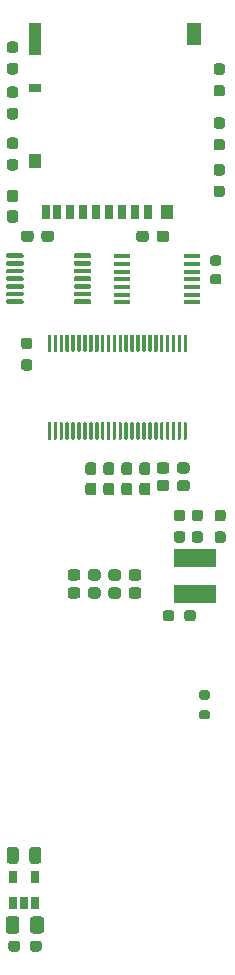
<source format=gbp>
G04 #@! TF.GenerationSoftware,KiCad,Pcbnew,(5.1.12)-1*
G04 #@! TF.CreationDate,2022-05-19T15:12:52-07:00*
G04 #@! TF.ProjectId,vera-module-rev4,76657261-2d6d-46f6-9475-6c652d726576,rev?*
G04 #@! TF.SameCoordinates,Original*
G04 #@! TF.FileFunction,Paste,Bot*
G04 #@! TF.FilePolarity,Positive*
%FSLAX46Y46*%
G04 Gerber Fmt 4.6, Leading zero omitted, Abs format (unit mm)*
G04 Created by KiCad (PCBNEW (5.1.12)-1) date 2022-05-19 15:12:52*
%MOMM*%
%LPD*%
G01*
G04 APERTURE LIST*
%ADD10R,1.300000X1.900000*%
%ADD11R,1.000000X2.800000*%
%ADD12R,1.000000X0.800000*%
%ADD13R,1.000000X1.200000*%
%ADD14R,0.700000X1.200000*%
%ADD15R,0.650000X1.060000*%
%ADD16R,1.450000X0.450000*%
%ADD17R,3.600000X1.500000*%
G04 APERTURE END LIST*
G36*
G01*
X132635000Y-97845700D02*
X132160000Y-97845700D01*
G75*
G02*
X131922500Y-97608200I0J237500D01*
G01*
X131922500Y-97108200D01*
G75*
G02*
X132160000Y-96870700I237500J0D01*
G01*
X132635000Y-96870700D01*
G75*
G02*
X132872500Y-97108200I0J-237500D01*
G01*
X132872500Y-97608200D01*
G75*
G02*
X132635000Y-97845700I-237500J0D01*
G01*
G37*
G36*
G01*
X132635000Y-99670700D02*
X132160000Y-99670700D01*
G75*
G02*
X131922500Y-99433200I0J237500D01*
G01*
X131922500Y-98933200D01*
G75*
G02*
X132160000Y-98695700I237500J0D01*
G01*
X132635000Y-98695700D01*
G75*
G02*
X132872500Y-98933200I0J-237500D01*
G01*
X132872500Y-99433200D01*
G75*
G02*
X132635000Y-99670700I-237500J0D01*
G01*
G37*
G36*
G01*
X143391600Y-88540600D02*
X143391600Y-88065600D01*
G75*
G02*
X143629100Y-87828100I237500J0D01*
G01*
X144229100Y-87828100D01*
G75*
G02*
X144466600Y-88065600I0J-237500D01*
G01*
X144466600Y-88540600D01*
G75*
G02*
X144229100Y-88778100I-237500J0D01*
G01*
X143629100Y-88778100D01*
G75*
G02*
X143391600Y-88540600I0J237500D01*
G01*
G37*
G36*
G01*
X141666600Y-88540600D02*
X141666600Y-88065600D01*
G75*
G02*
X141904100Y-87828100I237500J0D01*
G01*
X142504100Y-87828100D01*
G75*
G02*
X142741600Y-88065600I0J-237500D01*
G01*
X142741600Y-88540600D01*
G75*
G02*
X142504100Y-88778100I-237500J0D01*
G01*
X141904100Y-88778100D01*
G75*
G02*
X141666600Y-88540600I0J237500D01*
G01*
G37*
G36*
G01*
X132134400Y-89844900D02*
X132134400Y-90044900D01*
G75*
G02*
X132034400Y-90144900I-100000J0D01*
G01*
X130759400Y-90144900D01*
G75*
G02*
X130659400Y-90044900I0J100000D01*
G01*
X130659400Y-89844900D01*
G75*
G02*
X130759400Y-89744900I100000J0D01*
G01*
X132034400Y-89744900D01*
G75*
G02*
X132134400Y-89844900I0J-100000D01*
G01*
G37*
G36*
G01*
X132134400Y-90494900D02*
X132134400Y-90694900D01*
G75*
G02*
X132034400Y-90794900I-100000J0D01*
G01*
X130759400Y-90794900D01*
G75*
G02*
X130659400Y-90694900I0J100000D01*
G01*
X130659400Y-90494900D01*
G75*
G02*
X130759400Y-90394900I100000J0D01*
G01*
X132034400Y-90394900D01*
G75*
G02*
X132134400Y-90494900I0J-100000D01*
G01*
G37*
G36*
G01*
X132134400Y-91144900D02*
X132134400Y-91344900D01*
G75*
G02*
X132034400Y-91444900I-100000J0D01*
G01*
X130759400Y-91444900D01*
G75*
G02*
X130659400Y-91344900I0J100000D01*
G01*
X130659400Y-91144900D01*
G75*
G02*
X130759400Y-91044900I100000J0D01*
G01*
X132034400Y-91044900D01*
G75*
G02*
X132134400Y-91144900I0J-100000D01*
G01*
G37*
G36*
G01*
X132134400Y-91794900D02*
X132134400Y-91994900D01*
G75*
G02*
X132034400Y-92094900I-100000J0D01*
G01*
X130759400Y-92094900D01*
G75*
G02*
X130659400Y-91994900I0J100000D01*
G01*
X130659400Y-91794900D01*
G75*
G02*
X130759400Y-91694900I100000J0D01*
G01*
X132034400Y-91694900D01*
G75*
G02*
X132134400Y-91794900I0J-100000D01*
G01*
G37*
G36*
G01*
X132134400Y-92444900D02*
X132134400Y-92644900D01*
G75*
G02*
X132034400Y-92744900I-100000J0D01*
G01*
X130759400Y-92744900D01*
G75*
G02*
X130659400Y-92644900I0J100000D01*
G01*
X130659400Y-92444900D01*
G75*
G02*
X130759400Y-92344900I100000J0D01*
G01*
X132034400Y-92344900D01*
G75*
G02*
X132134400Y-92444900I0J-100000D01*
G01*
G37*
G36*
G01*
X132134400Y-93094900D02*
X132134400Y-93294900D01*
G75*
G02*
X132034400Y-93394900I-100000J0D01*
G01*
X130759400Y-93394900D01*
G75*
G02*
X130659400Y-93294900I0J100000D01*
G01*
X130659400Y-93094900D01*
G75*
G02*
X130759400Y-92994900I100000J0D01*
G01*
X132034400Y-92994900D01*
G75*
G02*
X132134400Y-93094900I0J-100000D01*
G01*
G37*
G36*
G01*
X132134400Y-93744900D02*
X132134400Y-93944900D01*
G75*
G02*
X132034400Y-94044900I-100000J0D01*
G01*
X130759400Y-94044900D01*
G75*
G02*
X130659400Y-93944900I0J100000D01*
G01*
X130659400Y-93744900D01*
G75*
G02*
X130759400Y-93644900I100000J0D01*
G01*
X132034400Y-93644900D01*
G75*
G02*
X132134400Y-93744900I0J-100000D01*
G01*
G37*
G36*
G01*
X137859400Y-93744900D02*
X137859400Y-93944900D01*
G75*
G02*
X137759400Y-94044900I-100000J0D01*
G01*
X136484400Y-94044900D01*
G75*
G02*
X136384400Y-93944900I0J100000D01*
G01*
X136384400Y-93744900D01*
G75*
G02*
X136484400Y-93644900I100000J0D01*
G01*
X137759400Y-93644900D01*
G75*
G02*
X137859400Y-93744900I0J-100000D01*
G01*
G37*
G36*
G01*
X137859400Y-93094900D02*
X137859400Y-93294900D01*
G75*
G02*
X137759400Y-93394900I-100000J0D01*
G01*
X136484400Y-93394900D01*
G75*
G02*
X136384400Y-93294900I0J100000D01*
G01*
X136384400Y-93094900D01*
G75*
G02*
X136484400Y-92994900I100000J0D01*
G01*
X137759400Y-92994900D01*
G75*
G02*
X137859400Y-93094900I0J-100000D01*
G01*
G37*
G36*
G01*
X137859400Y-92444900D02*
X137859400Y-92644900D01*
G75*
G02*
X137759400Y-92744900I-100000J0D01*
G01*
X136484400Y-92744900D01*
G75*
G02*
X136384400Y-92644900I0J100000D01*
G01*
X136384400Y-92444900D01*
G75*
G02*
X136484400Y-92344900I100000J0D01*
G01*
X137759400Y-92344900D01*
G75*
G02*
X137859400Y-92444900I0J-100000D01*
G01*
G37*
G36*
G01*
X137859400Y-91794900D02*
X137859400Y-91994900D01*
G75*
G02*
X137759400Y-92094900I-100000J0D01*
G01*
X136484400Y-92094900D01*
G75*
G02*
X136384400Y-91994900I0J100000D01*
G01*
X136384400Y-91794900D01*
G75*
G02*
X136484400Y-91694900I100000J0D01*
G01*
X137759400Y-91694900D01*
G75*
G02*
X137859400Y-91794900I0J-100000D01*
G01*
G37*
G36*
G01*
X137859400Y-91144900D02*
X137859400Y-91344900D01*
G75*
G02*
X137759400Y-91444900I-100000J0D01*
G01*
X136484400Y-91444900D01*
G75*
G02*
X136384400Y-91344900I0J100000D01*
G01*
X136384400Y-91144900D01*
G75*
G02*
X136484400Y-91044900I100000J0D01*
G01*
X137759400Y-91044900D01*
G75*
G02*
X137859400Y-91144900I0J-100000D01*
G01*
G37*
G36*
G01*
X137859400Y-90494900D02*
X137859400Y-90694900D01*
G75*
G02*
X137759400Y-90794900I-100000J0D01*
G01*
X136484400Y-90794900D01*
G75*
G02*
X136384400Y-90694900I0J100000D01*
G01*
X136384400Y-90494900D01*
G75*
G02*
X136484400Y-90394900I100000J0D01*
G01*
X137759400Y-90394900D01*
G75*
G02*
X137859400Y-90494900I0J-100000D01*
G01*
G37*
G36*
G01*
X137859400Y-89844900D02*
X137859400Y-90044900D01*
G75*
G02*
X137759400Y-90144900I-100000J0D01*
G01*
X136484400Y-90144900D01*
G75*
G02*
X136384400Y-90044900I0J100000D01*
G01*
X136384400Y-89844900D01*
G75*
G02*
X136484400Y-89744900I100000J0D01*
G01*
X137759400Y-89744900D01*
G75*
G02*
X137859400Y-89844900I0J-100000D01*
G01*
G37*
G36*
G01*
X131441200Y-72775900D02*
X130966200Y-72775900D01*
G75*
G02*
X130728700Y-72538400I0J237500D01*
G01*
X130728700Y-72038400D01*
G75*
G02*
X130966200Y-71800900I237500J0D01*
G01*
X131441200Y-71800900D01*
G75*
G02*
X131678700Y-72038400I0J-237500D01*
G01*
X131678700Y-72538400D01*
G75*
G02*
X131441200Y-72775900I-237500J0D01*
G01*
G37*
G36*
G01*
X131441200Y-74600900D02*
X130966200Y-74600900D01*
G75*
G02*
X130728700Y-74363400I0J237500D01*
G01*
X130728700Y-73863400D01*
G75*
G02*
X130966200Y-73625900I237500J0D01*
G01*
X131441200Y-73625900D01*
G75*
G02*
X131678700Y-73863400I0J-237500D01*
G01*
X131678700Y-74363400D01*
G75*
G02*
X131441200Y-74600900I-237500J0D01*
G01*
G37*
G36*
G01*
X148941800Y-83153700D02*
X148466800Y-83153700D01*
G75*
G02*
X148229300Y-82916200I0J237500D01*
G01*
X148229300Y-82416200D01*
G75*
G02*
X148466800Y-82178700I237500J0D01*
G01*
X148941800Y-82178700D01*
G75*
G02*
X149179300Y-82416200I0J-237500D01*
G01*
X149179300Y-82916200D01*
G75*
G02*
X148941800Y-83153700I-237500J0D01*
G01*
G37*
G36*
G01*
X148941800Y-84978700D02*
X148466800Y-84978700D01*
G75*
G02*
X148229300Y-84741200I0J237500D01*
G01*
X148229300Y-84241200D01*
G75*
G02*
X148466800Y-84003700I237500J0D01*
G01*
X148941800Y-84003700D01*
G75*
G02*
X149179300Y-84241200I0J-237500D01*
G01*
X149179300Y-84741200D01*
G75*
G02*
X148941800Y-84978700I-237500J0D01*
G01*
G37*
G36*
G01*
X130966200Y-81755800D02*
X131441200Y-81755800D01*
G75*
G02*
X131678700Y-81993300I0J-237500D01*
G01*
X131678700Y-82493300D01*
G75*
G02*
X131441200Y-82730800I-237500J0D01*
G01*
X130966200Y-82730800D01*
G75*
G02*
X130728700Y-82493300I0J237500D01*
G01*
X130728700Y-81993300D01*
G75*
G02*
X130966200Y-81755800I237500J0D01*
G01*
G37*
G36*
G01*
X130966200Y-79930800D02*
X131441200Y-79930800D01*
G75*
G02*
X131678700Y-80168300I0J-237500D01*
G01*
X131678700Y-80668300D01*
G75*
G02*
X131441200Y-80905800I-237500J0D01*
G01*
X130966200Y-80905800D01*
G75*
G02*
X130728700Y-80668300I0J237500D01*
G01*
X130728700Y-80168300D01*
G75*
G02*
X130966200Y-79930800I237500J0D01*
G01*
G37*
G36*
G01*
X148466800Y-80054000D02*
X148941800Y-80054000D01*
G75*
G02*
X149179300Y-80291500I0J-237500D01*
G01*
X149179300Y-80791500D01*
G75*
G02*
X148941800Y-81029000I-237500J0D01*
G01*
X148466800Y-81029000D01*
G75*
G02*
X148229300Y-80791500I0J237500D01*
G01*
X148229300Y-80291500D01*
G75*
G02*
X148466800Y-80054000I237500J0D01*
G01*
G37*
G36*
G01*
X148466800Y-78229000D02*
X148941800Y-78229000D01*
G75*
G02*
X149179300Y-78466500I0J-237500D01*
G01*
X149179300Y-78966500D01*
G75*
G02*
X148941800Y-79204000I-237500J0D01*
G01*
X148466800Y-79204000D01*
G75*
G02*
X148229300Y-78966500I0J237500D01*
G01*
X148229300Y-78466500D01*
G75*
G02*
X148466800Y-78229000I237500J0D01*
G01*
G37*
G36*
G01*
X148941800Y-74632000D02*
X148466800Y-74632000D01*
G75*
G02*
X148229300Y-74394500I0J237500D01*
G01*
X148229300Y-73894500D01*
G75*
G02*
X148466800Y-73657000I237500J0D01*
G01*
X148941800Y-73657000D01*
G75*
G02*
X149179300Y-73894500I0J-237500D01*
G01*
X149179300Y-74394500D01*
G75*
G02*
X148941800Y-74632000I-237500J0D01*
G01*
G37*
G36*
G01*
X148941800Y-76457000D02*
X148466800Y-76457000D01*
G75*
G02*
X148229300Y-76219500I0J237500D01*
G01*
X148229300Y-75719500D01*
G75*
G02*
X148466800Y-75482000I237500J0D01*
G01*
X148941800Y-75482000D01*
G75*
G02*
X149179300Y-75719500I0J-237500D01*
G01*
X149179300Y-76219500D01*
G75*
G02*
X148941800Y-76457000I-237500J0D01*
G01*
G37*
G36*
G01*
X131441200Y-76585900D02*
X130966200Y-76585900D01*
G75*
G02*
X130728700Y-76348400I0J237500D01*
G01*
X130728700Y-75848400D01*
G75*
G02*
X130966200Y-75610900I237500J0D01*
G01*
X131441200Y-75610900D01*
G75*
G02*
X131678700Y-75848400I0J-237500D01*
G01*
X131678700Y-76348400D01*
G75*
G02*
X131441200Y-76585900I-237500J0D01*
G01*
G37*
G36*
G01*
X131441200Y-78410900D02*
X130966200Y-78410900D01*
G75*
G02*
X130728700Y-78173400I0J237500D01*
G01*
X130728700Y-77673400D01*
G75*
G02*
X130966200Y-77435900I237500J0D01*
G01*
X131441200Y-77435900D01*
G75*
G02*
X131678700Y-77673400I0J-237500D01*
G01*
X131678700Y-78173400D01*
G75*
G02*
X131441200Y-78410900I-237500J0D01*
G01*
G37*
G36*
G01*
X133638000Y-88527900D02*
X133638000Y-88052900D01*
G75*
G02*
X133875500Y-87815400I237500J0D01*
G01*
X134475500Y-87815400D01*
G75*
G02*
X134713000Y-88052900I0J-237500D01*
G01*
X134713000Y-88527900D01*
G75*
G02*
X134475500Y-88765400I-237500J0D01*
G01*
X133875500Y-88765400D01*
G75*
G02*
X133638000Y-88527900I0J237500D01*
G01*
G37*
G36*
G01*
X131913000Y-88527900D02*
X131913000Y-88052900D01*
G75*
G02*
X132150500Y-87815400I237500J0D01*
G01*
X132750500Y-87815400D01*
G75*
G02*
X132988000Y-88052900I0J-237500D01*
G01*
X132988000Y-88527900D01*
G75*
G02*
X132750500Y-88765400I-237500J0D01*
G01*
X132150500Y-88765400D01*
G75*
G02*
X131913000Y-88527900I0J237500D01*
G01*
G37*
G36*
G01*
X131722800Y-140241000D02*
X131722800Y-141191000D01*
G75*
G02*
X131472800Y-141441000I-250000J0D01*
G01*
X130972800Y-141441000D01*
G75*
G02*
X130722800Y-141191000I0J250000D01*
G01*
X130722800Y-140241000D01*
G75*
G02*
X130972800Y-139991000I250000J0D01*
G01*
X131472800Y-139991000D01*
G75*
G02*
X131722800Y-140241000I0J-250000D01*
G01*
G37*
G36*
G01*
X133622800Y-140241000D02*
X133622800Y-141191000D01*
G75*
G02*
X133372800Y-141441000I-250000J0D01*
G01*
X132872800Y-141441000D01*
G75*
G02*
X132622800Y-141191000I0J250000D01*
G01*
X132622800Y-140241000D01*
G75*
G02*
X132872800Y-139991000I250000J0D01*
G01*
X133372800Y-139991000D01*
G75*
G02*
X133622800Y-140241000I0J-250000D01*
G01*
G37*
G36*
G01*
X131441200Y-85425400D02*
X130966200Y-85425400D01*
G75*
G02*
X130728700Y-85187900I0J237500D01*
G01*
X130728700Y-84587900D01*
G75*
G02*
X130966200Y-84350400I237500J0D01*
G01*
X131441200Y-84350400D01*
G75*
G02*
X131678700Y-84587900I0J-237500D01*
G01*
X131678700Y-85187900D01*
G75*
G02*
X131441200Y-85425400I-237500J0D01*
G01*
G37*
G36*
G01*
X131441200Y-87150400D02*
X130966200Y-87150400D01*
G75*
G02*
X130728700Y-86912900I0J237500D01*
G01*
X130728700Y-86312900D01*
G75*
G02*
X130966200Y-86075400I237500J0D01*
G01*
X131441200Y-86075400D01*
G75*
G02*
X131678700Y-86312900I0J-237500D01*
G01*
X131678700Y-86912900D01*
G75*
G02*
X131441200Y-87150400I-237500J0D01*
G01*
G37*
G36*
G01*
X131830900Y-148162000D02*
X131830900Y-148637000D01*
G75*
G02*
X131593400Y-148874500I-237500J0D01*
G01*
X131093400Y-148874500D01*
G75*
G02*
X130855900Y-148637000I0J237500D01*
G01*
X130855900Y-148162000D01*
G75*
G02*
X131093400Y-147924500I237500J0D01*
G01*
X131593400Y-147924500D01*
G75*
G02*
X131830900Y-148162000I0J-237500D01*
G01*
G37*
G36*
G01*
X133655900Y-148162000D02*
X133655900Y-148637000D01*
G75*
G02*
X133418400Y-148874500I-237500J0D01*
G01*
X132918400Y-148874500D01*
G75*
G02*
X132680900Y-148637000I0J237500D01*
G01*
X132680900Y-148162000D01*
G75*
G02*
X132918400Y-147924500I237500J0D01*
G01*
X133418400Y-147924500D01*
G75*
G02*
X133655900Y-148162000I0J-237500D01*
G01*
G37*
G36*
G01*
X131791200Y-146133800D02*
X131791200Y-147083800D01*
G75*
G02*
X131541200Y-147333800I-250000J0D01*
G01*
X130866200Y-147333800D01*
G75*
G02*
X130616200Y-147083800I0J250000D01*
G01*
X130616200Y-146133800D01*
G75*
G02*
X130866200Y-145883800I250000J0D01*
G01*
X131541200Y-145883800D01*
G75*
G02*
X131791200Y-146133800I0J-250000D01*
G01*
G37*
G36*
G01*
X133866200Y-146133800D02*
X133866200Y-147083800D01*
G75*
G02*
X133616200Y-147333800I-250000J0D01*
G01*
X132941200Y-147333800D01*
G75*
G02*
X132691200Y-147083800I0J250000D01*
G01*
X132691200Y-146133800D01*
G75*
G02*
X132941200Y-145883800I250000J0D01*
G01*
X133616200Y-145883800D01*
G75*
G02*
X133866200Y-146133800I0J-250000D01*
G01*
G37*
G36*
G01*
X147087600Y-112412600D02*
X146612600Y-112412600D01*
G75*
G02*
X146375100Y-112175100I0J237500D01*
G01*
X146375100Y-111675100D01*
G75*
G02*
X146612600Y-111437600I237500J0D01*
G01*
X147087600Y-111437600D01*
G75*
G02*
X147325100Y-111675100I0J-237500D01*
G01*
X147325100Y-112175100D01*
G75*
G02*
X147087600Y-112412600I-237500J0D01*
G01*
G37*
G36*
G01*
X147087600Y-114237600D02*
X146612600Y-114237600D01*
G75*
G02*
X146375100Y-114000100I0J237500D01*
G01*
X146375100Y-113500100D01*
G75*
G02*
X146612600Y-113262600I237500J0D01*
G01*
X147087600Y-113262600D01*
G75*
G02*
X147325100Y-113500100I0J-237500D01*
G01*
X147325100Y-114000100D01*
G75*
G02*
X147087600Y-114237600I-237500J0D01*
G01*
G37*
G36*
G01*
X148543000Y-113279100D02*
X149018000Y-113279100D01*
G75*
G02*
X149255500Y-113516600I0J-237500D01*
G01*
X149255500Y-114016600D01*
G75*
G02*
X149018000Y-114254100I-237500J0D01*
G01*
X148543000Y-114254100D01*
G75*
G02*
X148305500Y-114016600I0J237500D01*
G01*
X148305500Y-113516600D01*
G75*
G02*
X148543000Y-113279100I237500J0D01*
G01*
G37*
G36*
G01*
X148543000Y-111454100D02*
X149018000Y-111454100D01*
G75*
G02*
X149255500Y-111691600I0J-237500D01*
G01*
X149255500Y-112191600D01*
G75*
G02*
X149018000Y-112429100I-237500J0D01*
G01*
X148543000Y-112429100D01*
G75*
G02*
X148305500Y-112191600I0J237500D01*
G01*
X148305500Y-111691600D01*
G75*
G02*
X148543000Y-111454100I237500J0D01*
G01*
G37*
G36*
G01*
X145576300Y-112412600D02*
X145101300Y-112412600D01*
G75*
G02*
X144863800Y-112175100I0J237500D01*
G01*
X144863800Y-111675100D01*
G75*
G02*
X145101300Y-111437600I237500J0D01*
G01*
X145576300Y-111437600D01*
G75*
G02*
X145813800Y-111675100I0J-237500D01*
G01*
X145813800Y-112175100D01*
G75*
G02*
X145576300Y-112412600I-237500J0D01*
G01*
G37*
G36*
G01*
X145576300Y-114237600D02*
X145101300Y-114237600D01*
G75*
G02*
X144863800Y-114000100I0J237500D01*
G01*
X144863800Y-113500100D01*
G75*
G02*
X145101300Y-113262600I237500J0D01*
G01*
X145576300Y-113262600D01*
G75*
G02*
X145813800Y-113500100I0J-237500D01*
G01*
X145813800Y-114000100D01*
G75*
G02*
X145576300Y-114237600I-237500J0D01*
G01*
G37*
G36*
G01*
X142167600Y-109162900D02*
X142642600Y-109162900D01*
G75*
G02*
X142880100Y-109400400I0J-237500D01*
G01*
X142880100Y-110000400D01*
G75*
G02*
X142642600Y-110237900I-237500J0D01*
G01*
X142167600Y-110237900D01*
G75*
G02*
X141930100Y-110000400I0J237500D01*
G01*
X141930100Y-109400400D01*
G75*
G02*
X142167600Y-109162900I237500J0D01*
G01*
G37*
G36*
G01*
X142167600Y-107437900D02*
X142642600Y-107437900D01*
G75*
G02*
X142880100Y-107675400I0J-237500D01*
G01*
X142880100Y-108275400D01*
G75*
G02*
X142642600Y-108512900I-237500J0D01*
G01*
X142167600Y-108512900D01*
G75*
G02*
X141930100Y-108275400I0J237500D01*
G01*
X141930100Y-107675400D01*
G75*
G02*
X142167600Y-107437900I237500J0D01*
G01*
G37*
G36*
G01*
X140643600Y-109164000D02*
X141118600Y-109164000D01*
G75*
G02*
X141356100Y-109401500I0J-237500D01*
G01*
X141356100Y-110001500D01*
G75*
G02*
X141118600Y-110239000I-237500J0D01*
G01*
X140643600Y-110239000D01*
G75*
G02*
X140406100Y-110001500I0J237500D01*
G01*
X140406100Y-109401500D01*
G75*
G02*
X140643600Y-109164000I237500J0D01*
G01*
G37*
G36*
G01*
X140643600Y-107439000D02*
X141118600Y-107439000D01*
G75*
G02*
X141356100Y-107676500I0J-237500D01*
G01*
X141356100Y-108276500D01*
G75*
G02*
X141118600Y-108514000I-237500J0D01*
G01*
X140643600Y-108514000D01*
G75*
G02*
X140406100Y-108276500I0J237500D01*
G01*
X140406100Y-107676500D01*
G75*
G02*
X140643600Y-107439000I237500J0D01*
G01*
G37*
G36*
G01*
X137595600Y-109162900D02*
X138070600Y-109162900D01*
G75*
G02*
X138308100Y-109400400I0J-237500D01*
G01*
X138308100Y-110000400D01*
G75*
G02*
X138070600Y-110237900I-237500J0D01*
G01*
X137595600Y-110237900D01*
G75*
G02*
X137358100Y-110000400I0J237500D01*
G01*
X137358100Y-109400400D01*
G75*
G02*
X137595600Y-109162900I237500J0D01*
G01*
G37*
G36*
G01*
X137595600Y-107437900D02*
X138070600Y-107437900D01*
G75*
G02*
X138308100Y-107675400I0J-237500D01*
G01*
X138308100Y-108275400D01*
G75*
G02*
X138070600Y-108512900I-237500J0D01*
G01*
X137595600Y-108512900D01*
G75*
G02*
X137358100Y-108275400I0J237500D01*
G01*
X137358100Y-107675400D01*
G75*
G02*
X137595600Y-107437900I237500J0D01*
G01*
G37*
G36*
G01*
X139119600Y-109165100D02*
X139594600Y-109165100D01*
G75*
G02*
X139832100Y-109402600I0J-237500D01*
G01*
X139832100Y-110002600D01*
G75*
G02*
X139594600Y-110240100I-237500J0D01*
G01*
X139119600Y-110240100D01*
G75*
G02*
X138882100Y-110002600I0J237500D01*
G01*
X138882100Y-109402600D01*
G75*
G02*
X139119600Y-109165100I237500J0D01*
G01*
G37*
G36*
G01*
X139119600Y-107440100D02*
X139594600Y-107440100D01*
G75*
G02*
X139832100Y-107677600I0J-237500D01*
G01*
X139832100Y-108277600D01*
G75*
G02*
X139594600Y-108515100I-237500J0D01*
G01*
X139119600Y-108515100D01*
G75*
G02*
X138882100Y-108277600I0J237500D01*
G01*
X138882100Y-107677600D01*
G75*
G02*
X139119600Y-107440100I237500J0D01*
G01*
G37*
G36*
G01*
X145129300Y-108149400D02*
X145129300Y-107674400D01*
G75*
G02*
X145366800Y-107436900I237500J0D01*
G01*
X145966800Y-107436900D01*
G75*
G02*
X146204300Y-107674400I0J-237500D01*
G01*
X146204300Y-108149400D01*
G75*
G02*
X145966800Y-108386900I-237500J0D01*
G01*
X145366800Y-108386900D01*
G75*
G02*
X145129300Y-108149400I0J237500D01*
G01*
G37*
G36*
G01*
X143404300Y-108149400D02*
X143404300Y-107674400D01*
G75*
G02*
X143641800Y-107436900I237500J0D01*
G01*
X144241800Y-107436900D01*
G75*
G02*
X144479300Y-107674400I0J-237500D01*
G01*
X144479300Y-108149400D01*
G75*
G02*
X144241800Y-108386900I-237500J0D01*
G01*
X143641800Y-108386900D01*
G75*
G02*
X143404300Y-108149400I0J237500D01*
G01*
G37*
G36*
G01*
X145131500Y-109648000D02*
X145131500Y-109173000D01*
G75*
G02*
X145369000Y-108935500I237500J0D01*
G01*
X145969000Y-108935500D01*
G75*
G02*
X146206500Y-109173000I0J-237500D01*
G01*
X146206500Y-109648000D01*
G75*
G02*
X145969000Y-109885500I-237500J0D01*
G01*
X145369000Y-109885500D01*
G75*
G02*
X145131500Y-109648000I0J237500D01*
G01*
G37*
G36*
G01*
X143406500Y-109648000D02*
X143406500Y-109173000D01*
G75*
G02*
X143644000Y-108935500I237500J0D01*
G01*
X144244000Y-108935500D01*
G75*
G02*
X144481500Y-109173000I0J-237500D01*
G01*
X144481500Y-109648000D01*
G75*
G02*
X144244000Y-109885500I-237500J0D01*
G01*
X143644000Y-109885500D01*
G75*
G02*
X143406500Y-109648000I0J237500D01*
G01*
G37*
G36*
G01*
X141039900Y-118741200D02*
X141039900Y-118266200D01*
G75*
G02*
X141277400Y-118028700I237500J0D01*
G01*
X141877400Y-118028700D01*
G75*
G02*
X142114900Y-118266200I0J-237500D01*
G01*
X142114900Y-118741200D01*
G75*
G02*
X141877400Y-118978700I-237500J0D01*
G01*
X141277400Y-118978700D01*
G75*
G02*
X141039900Y-118741200I0J237500D01*
G01*
G37*
G36*
G01*
X139314900Y-118741200D02*
X139314900Y-118266200D01*
G75*
G02*
X139552400Y-118028700I237500J0D01*
G01*
X140152400Y-118028700D01*
G75*
G02*
X140389900Y-118266200I0J-237500D01*
G01*
X140389900Y-118741200D01*
G75*
G02*
X140152400Y-118978700I-237500J0D01*
G01*
X139552400Y-118978700D01*
G75*
G02*
X139314900Y-118741200I0J237500D01*
G01*
G37*
G36*
G01*
X141041000Y-117217200D02*
X141041000Y-116742200D01*
G75*
G02*
X141278500Y-116504700I237500J0D01*
G01*
X141878500Y-116504700D01*
G75*
G02*
X142116000Y-116742200I0J-237500D01*
G01*
X142116000Y-117217200D01*
G75*
G02*
X141878500Y-117454700I-237500J0D01*
G01*
X141278500Y-117454700D01*
G75*
G02*
X141041000Y-117217200I0J237500D01*
G01*
G37*
G36*
G01*
X139316000Y-117217200D02*
X139316000Y-116742200D01*
G75*
G02*
X139553500Y-116504700I237500J0D01*
G01*
X140153500Y-116504700D01*
G75*
G02*
X140391000Y-116742200I0J-237500D01*
G01*
X140391000Y-117217200D01*
G75*
G02*
X140153500Y-117454700I-237500J0D01*
G01*
X139553500Y-117454700D01*
G75*
G02*
X139316000Y-117217200I0J237500D01*
G01*
G37*
G36*
G01*
X137585500Y-118728500D02*
X137585500Y-118253500D01*
G75*
G02*
X137823000Y-118016000I237500J0D01*
G01*
X138423000Y-118016000D01*
G75*
G02*
X138660500Y-118253500I0J-237500D01*
G01*
X138660500Y-118728500D01*
G75*
G02*
X138423000Y-118966000I-237500J0D01*
G01*
X137823000Y-118966000D01*
G75*
G02*
X137585500Y-118728500I0J237500D01*
G01*
G37*
G36*
G01*
X135860500Y-118728500D02*
X135860500Y-118253500D01*
G75*
G02*
X136098000Y-118016000I237500J0D01*
G01*
X136698000Y-118016000D01*
G75*
G02*
X136935500Y-118253500I0J-237500D01*
G01*
X136935500Y-118728500D01*
G75*
G02*
X136698000Y-118966000I-237500J0D01*
G01*
X136098000Y-118966000D01*
G75*
G02*
X135860500Y-118728500I0J237500D01*
G01*
G37*
G36*
G01*
X137585500Y-117204500D02*
X137585500Y-116729500D01*
G75*
G02*
X137823000Y-116492000I237500J0D01*
G01*
X138423000Y-116492000D01*
G75*
G02*
X138660500Y-116729500I0J-237500D01*
G01*
X138660500Y-117204500D01*
G75*
G02*
X138423000Y-117442000I-237500J0D01*
G01*
X137823000Y-117442000D01*
G75*
G02*
X137585500Y-117204500I0J237500D01*
G01*
G37*
G36*
G01*
X135860500Y-117204500D02*
X135860500Y-116729500D01*
G75*
G02*
X136098000Y-116492000I237500J0D01*
G01*
X136698000Y-116492000D01*
G75*
G02*
X136935500Y-116729500I0J-237500D01*
G01*
X136935500Y-117204500D01*
G75*
G02*
X136698000Y-117442000I-237500J0D01*
G01*
X136098000Y-117442000D01*
G75*
G02*
X135860500Y-117204500I0J237500D01*
G01*
G37*
G36*
G01*
X145740300Y-120658900D02*
X145740300Y-120183900D01*
G75*
G02*
X145977800Y-119946400I237500J0D01*
G01*
X146477800Y-119946400D01*
G75*
G02*
X146715300Y-120183900I0J-237500D01*
G01*
X146715300Y-120658900D01*
G75*
G02*
X146477800Y-120896400I-237500J0D01*
G01*
X145977800Y-120896400D01*
G75*
G02*
X145740300Y-120658900I0J237500D01*
G01*
G37*
G36*
G01*
X143915300Y-120658900D02*
X143915300Y-120183900D01*
G75*
G02*
X144152800Y-119946400I237500J0D01*
G01*
X144652800Y-119946400D01*
G75*
G02*
X144890300Y-120183900I0J-237500D01*
G01*
X144890300Y-120658900D01*
G75*
G02*
X144652800Y-120896400I-237500J0D01*
G01*
X144152800Y-120896400D01*
G75*
G02*
X143915300Y-120658900I0J237500D01*
G01*
G37*
G36*
G01*
X147184700Y-128402400D02*
X147734700Y-128402400D01*
G75*
G02*
X147934700Y-128602400I0J-200000D01*
G01*
X147934700Y-129002400D01*
G75*
G02*
X147734700Y-129202400I-200000J0D01*
G01*
X147184700Y-129202400D01*
G75*
G02*
X146984700Y-129002400I0J200000D01*
G01*
X146984700Y-128602400D01*
G75*
G02*
X147184700Y-128402400I200000J0D01*
G01*
G37*
G36*
G01*
X147184700Y-126752400D02*
X147734700Y-126752400D01*
G75*
G02*
X147934700Y-126952400I0J-200000D01*
G01*
X147934700Y-127352400D01*
G75*
G02*
X147734700Y-127552400I-200000J0D01*
G01*
X147184700Y-127552400D01*
G75*
G02*
X146984700Y-127352400I0J200000D01*
G01*
X146984700Y-126952400D01*
G75*
G02*
X147184700Y-126752400I200000J0D01*
G01*
G37*
G36*
G01*
X145906000Y-98091600D02*
X145756000Y-98091600D01*
G75*
G02*
X145681000Y-98016600I0J75000D01*
G01*
X145681000Y-96691600D01*
G75*
G02*
X145756000Y-96616600I75000J0D01*
G01*
X145906000Y-96616600D01*
G75*
G02*
X145981000Y-96691600I0J-75000D01*
G01*
X145981000Y-98016600D01*
G75*
G02*
X145906000Y-98091600I-75000J0D01*
G01*
G37*
G36*
G01*
X145406000Y-98091600D02*
X145256000Y-98091600D01*
G75*
G02*
X145181000Y-98016600I0J75000D01*
G01*
X145181000Y-96691600D01*
G75*
G02*
X145256000Y-96616600I75000J0D01*
G01*
X145406000Y-96616600D01*
G75*
G02*
X145481000Y-96691600I0J-75000D01*
G01*
X145481000Y-98016600D01*
G75*
G02*
X145406000Y-98091600I-75000J0D01*
G01*
G37*
G36*
G01*
X144906000Y-98091600D02*
X144756000Y-98091600D01*
G75*
G02*
X144681000Y-98016600I0J75000D01*
G01*
X144681000Y-96691600D01*
G75*
G02*
X144756000Y-96616600I75000J0D01*
G01*
X144906000Y-96616600D01*
G75*
G02*
X144981000Y-96691600I0J-75000D01*
G01*
X144981000Y-98016600D01*
G75*
G02*
X144906000Y-98091600I-75000J0D01*
G01*
G37*
G36*
G01*
X144406000Y-98091600D02*
X144256000Y-98091600D01*
G75*
G02*
X144181000Y-98016600I0J75000D01*
G01*
X144181000Y-96691600D01*
G75*
G02*
X144256000Y-96616600I75000J0D01*
G01*
X144406000Y-96616600D01*
G75*
G02*
X144481000Y-96691600I0J-75000D01*
G01*
X144481000Y-98016600D01*
G75*
G02*
X144406000Y-98091600I-75000J0D01*
G01*
G37*
G36*
G01*
X143906000Y-98091600D02*
X143756000Y-98091600D01*
G75*
G02*
X143681000Y-98016600I0J75000D01*
G01*
X143681000Y-96691600D01*
G75*
G02*
X143756000Y-96616600I75000J0D01*
G01*
X143906000Y-96616600D01*
G75*
G02*
X143981000Y-96691600I0J-75000D01*
G01*
X143981000Y-98016600D01*
G75*
G02*
X143906000Y-98091600I-75000J0D01*
G01*
G37*
G36*
G01*
X143406000Y-98091600D02*
X143256000Y-98091600D01*
G75*
G02*
X143181000Y-98016600I0J75000D01*
G01*
X143181000Y-96691600D01*
G75*
G02*
X143256000Y-96616600I75000J0D01*
G01*
X143406000Y-96616600D01*
G75*
G02*
X143481000Y-96691600I0J-75000D01*
G01*
X143481000Y-98016600D01*
G75*
G02*
X143406000Y-98091600I-75000J0D01*
G01*
G37*
G36*
G01*
X142906000Y-98091600D02*
X142756000Y-98091600D01*
G75*
G02*
X142681000Y-98016600I0J75000D01*
G01*
X142681000Y-96691600D01*
G75*
G02*
X142756000Y-96616600I75000J0D01*
G01*
X142906000Y-96616600D01*
G75*
G02*
X142981000Y-96691600I0J-75000D01*
G01*
X142981000Y-98016600D01*
G75*
G02*
X142906000Y-98091600I-75000J0D01*
G01*
G37*
G36*
G01*
X142406000Y-98091600D02*
X142256000Y-98091600D01*
G75*
G02*
X142181000Y-98016600I0J75000D01*
G01*
X142181000Y-96691600D01*
G75*
G02*
X142256000Y-96616600I75000J0D01*
G01*
X142406000Y-96616600D01*
G75*
G02*
X142481000Y-96691600I0J-75000D01*
G01*
X142481000Y-98016600D01*
G75*
G02*
X142406000Y-98091600I-75000J0D01*
G01*
G37*
G36*
G01*
X141906000Y-98091600D02*
X141756000Y-98091600D01*
G75*
G02*
X141681000Y-98016600I0J75000D01*
G01*
X141681000Y-96691600D01*
G75*
G02*
X141756000Y-96616600I75000J0D01*
G01*
X141906000Y-96616600D01*
G75*
G02*
X141981000Y-96691600I0J-75000D01*
G01*
X141981000Y-98016600D01*
G75*
G02*
X141906000Y-98091600I-75000J0D01*
G01*
G37*
G36*
G01*
X141406000Y-98091600D02*
X141256000Y-98091600D01*
G75*
G02*
X141181000Y-98016600I0J75000D01*
G01*
X141181000Y-96691600D01*
G75*
G02*
X141256000Y-96616600I75000J0D01*
G01*
X141406000Y-96616600D01*
G75*
G02*
X141481000Y-96691600I0J-75000D01*
G01*
X141481000Y-98016600D01*
G75*
G02*
X141406000Y-98091600I-75000J0D01*
G01*
G37*
G36*
G01*
X140906000Y-98091600D02*
X140756000Y-98091600D01*
G75*
G02*
X140681000Y-98016600I0J75000D01*
G01*
X140681000Y-96691600D01*
G75*
G02*
X140756000Y-96616600I75000J0D01*
G01*
X140906000Y-96616600D01*
G75*
G02*
X140981000Y-96691600I0J-75000D01*
G01*
X140981000Y-98016600D01*
G75*
G02*
X140906000Y-98091600I-75000J0D01*
G01*
G37*
G36*
G01*
X140406000Y-98091600D02*
X140256000Y-98091600D01*
G75*
G02*
X140181000Y-98016600I0J75000D01*
G01*
X140181000Y-96691600D01*
G75*
G02*
X140256000Y-96616600I75000J0D01*
G01*
X140406000Y-96616600D01*
G75*
G02*
X140481000Y-96691600I0J-75000D01*
G01*
X140481000Y-98016600D01*
G75*
G02*
X140406000Y-98091600I-75000J0D01*
G01*
G37*
G36*
G01*
X139906000Y-98091600D02*
X139756000Y-98091600D01*
G75*
G02*
X139681000Y-98016600I0J75000D01*
G01*
X139681000Y-96691600D01*
G75*
G02*
X139756000Y-96616600I75000J0D01*
G01*
X139906000Y-96616600D01*
G75*
G02*
X139981000Y-96691600I0J-75000D01*
G01*
X139981000Y-98016600D01*
G75*
G02*
X139906000Y-98091600I-75000J0D01*
G01*
G37*
G36*
G01*
X139406000Y-98091600D02*
X139256000Y-98091600D01*
G75*
G02*
X139181000Y-98016600I0J75000D01*
G01*
X139181000Y-96691600D01*
G75*
G02*
X139256000Y-96616600I75000J0D01*
G01*
X139406000Y-96616600D01*
G75*
G02*
X139481000Y-96691600I0J-75000D01*
G01*
X139481000Y-98016600D01*
G75*
G02*
X139406000Y-98091600I-75000J0D01*
G01*
G37*
G36*
G01*
X138906000Y-98091600D02*
X138756000Y-98091600D01*
G75*
G02*
X138681000Y-98016600I0J75000D01*
G01*
X138681000Y-96691600D01*
G75*
G02*
X138756000Y-96616600I75000J0D01*
G01*
X138906000Y-96616600D01*
G75*
G02*
X138981000Y-96691600I0J-75000D01*
G01*
X138981000Y-98016600D01*
G75*
G02*
X138906000Y-98091600I-75000J0D01*
G01*
G37*
G36*
G01*
X138406000Y-98091600D02*
X138256000Y-98091600D01*
G75*
G02*
X138181000Y-98016600I0J75000D01*
G01*
X138181000Y-96691600D01*
G75*
G02*
X138256000Y-96616600I75000J0D01*
G01*
X138406000Y-96616600D01*
G75*
G02*
X138481000Y-96691600I0J-75000D01*
G01*
X138481000Y-98016600D01*
G75*
G02*
X138406000Y-98091600I-75000J0D01*
G01*
G37*
G36*
G01*
X137906000Y-98091600D02*
X137756000Y-98091600D01*
G75*
G02*
X137681000Y-98016600I0J75000D01*
G01*
X137681000Y-96691600D01*
G75*
G02*
X137756000Y-96616600I75000J0D01*
G01*
X137906000Y-96616600D01*
G75*
G02*
X137981000Y-96691600I0J-75000D01*
G01*
X137981000Y-98016600D01*
G75*
G02*
X137906000Y-98091600I-75000J0D01*
G01*
G37*
G36*
G01*
X137406000Y-98091600D02*
X137256000Y-98091600D01*
G75*
G02*
X137181000Y-98016600I0J75000D01*
G01*
X137181000Y-96691600D01*
G75*
G02*
X137256000Y-96616600I75000J0D01*
G01*
X137406000Y-96616600D01*
G75*
G02*
X137481000Y-96691600I0J-75000D01*
G01*
X137481000Y-98016600D01*
G75*
G02*
X137406000Y-98091600I-75000J0D01*
G01*
G37*
G36*
G01*
X136906000Y-98091600D02*
X136756000Y-98091600D01*
G75*
G02*
X136681000Y-98016600I0J75000D01*
G01*
X136681000Y-96691600D01*
G75*
G02*
X136756000Y-96616600I75000J0D01*
G01*
X136906000Y-96616600D01*
G75*
G02*
X136981000Y-96691600I0J-75000D01*
G01*
X136981000Y-98016600D01*
G75*
G02*
X136906000Y-98091600I-75000J0D01*
G01*
G37*
G36*
G01*
X136406000Y-98091600D02*
X136256000Y-98091600D01*
G75*
G02*
X136181000Y-98016600I0J75000D01*
G01*
X136181000Y-96691600D01*
G75*
G02*
X136256000Y-96616600I75000J0D01*
G01*
X136406000Y-96616600D01*
G75*
G02*
X136481000Y-96691600I0J-75000D01*
G01*
X136481000Y-98016600D01*
G75*
G02*
X136406000Y-98091600I-75000J0D01*
G01*
G37*
G36*
G01*
X135906000Y-98091600D02*
X135756000Y-98091600D01*
G75*
G02*
X135681000Y-98016600I0J75000D01*
G01*
X135681000Y-96691600D01*
G75*
G02*
X135756000Y-96616600I75000J0D01*
G01*
X135906000Y-96616600D01*
G75*
G02*
X135981000Y-96691600I0J-75000D01*
G01*
X135981000Y-98016600D01*
G75*
G02*
X135906000Y-98091600I-75000J0D01*
G01*
G37*
G36*
G01*
X135406000Y-98091600D02*
X135256000Y-98091600D01*
G75*
G02*
X135181000Y-98016600I0J75000D01*
G01*
X135181000Y-96691600D01*
G75*
G02*
X135256000Y-96616600I75000J0D01*
G01*
X135406000Y-96616600D01*
G75*
G02*
X135481000Y-96691600I0J-75000D01*
G01*
X135481000Y-98016600D01*
G75*
G02*
X135406000Y-98091600I-75000J0D01*
G01*
G37*
G36*
G01*
X134906000Y-98091600D02*
X134756000Y-98091600D01*
G75*
G02*
X134681000Y-98016600I0J75000D01*
G01*
X134681000Y-96691600D01*
G75*
G02*
X134756000Y-96616600I75000J0D01*
G01*
X134906000Y-96616600D01*
G75*
G02*
X134981000Y-96691600I0J-75000D01*
G01*
X134981000Y-98016600D01*
G75*
G02*
X134906000Y-98091600I-75000J0D01*
G01*
G37*
G36*
G01*
X134406000Y-98091600D02*
X134256000Y-98091600D01*
G75*
G02*
X134181000Y-98016600I0J75000D01*
G01*
X134181000Y-96691600D01*
G75*
G02*
X134256000Y-96616600I75000J0D01*
G01*
X134406000Y-96616600D01*
G75*
G02*
X134481000Y-96691600I0J-75000D01*
G01*
X134481000Y-98016600D01*
G75*
G02*
X134406000Y-98091600I-75000J0D01*
G01*
G37*
G36*
G01*
X134406000Y-105516600D02*
X134256000Y-105516600D01*
G75*
G02*
X134181000Y-105441600I0J75000D01*
G01*
X134181000Y-104116600D01*
G75*
G02*
X134256000Y-104041600I75000J0D01*
G01*
X134406000Y-104041600D01*
G75*
G02*
X134481000Y-104116600I0J-75000D01*
G01*
X134481000Y-105441600D01*
G75*
G02*
X134406000Y-105516600I-75000J0D01*
G01*
G37*
G36*
G01*
X134906000Y-105516600D02*
X134756000Y-105516600D01*
G75*
G02*
X134681000Y-105441600I0J75000D01*
G01*
X134681000Y-104116600D01*
G75*
G02*
X134756000Y-104041600I75000J0D01*
G01*
X134906000Y-104041600D01*
G75*
G02*
X134981000Y-104116600I0J-75000D01*
G01*
X134981000Y-105441600D01*
G75*
G02*
X134906000Y-105516600I-75000J0D01*
G01*
G37*
G36*
G01*
X135406000Y-105516600D02*
X135256000Y-105516600D01*
G75*
G02*
X135181000Y-105441600I0J75000D01*
G01*
X135181000Y-104116600D01*
G75*
G02*
X135256000Y-104041600I75000J0D01*
G01*
X135406000Y-104041600D01*
G75*
G02*
X135481000Y-104116600I0J-75000D01*
G01*
X135481000Y-105441600D01*
G75*
G02*
X135406000Y-105516600I-75000J0D01*
G01*
G37*
G36*
G01*
X135906000Y-105516600D02*
X135756000Y-105516600D01*
G75*
G02*
X135681000Y-105441600I0J75000D01*
G01*
X135681000Y-104116600D01*
G75*
G02*
X135756000Y-104041600I75000J0D01*
G01*
X135906000Y-104041600D01*
G75*
G02*
X135981000Y-104116600I0J-75000D01*
G01*
X135981000Y-105441600D01*
G75*
G02*
X135906000Y-105516600I-75000J0D01*
G01*
G37*
G36*
G01*
X136406000Y-105516600D02*
X136256000Y-105516600D01*
G75*
G02*
X136181000Y-105441600I0J75000D01*
G01*
X136181000Y-104116600D01*
G75*
G02*
X136256000Y-104041600I75000J0D01*
G01*
X136406000Y-104041600D01*
G75*
G02*
X136481000Y-104116600I0J-75000D01*
G01*
X136481000Y-105441600D01*
G75*
G02*
X136406000Y-105516600I-75000J0D01*
G01*
G37*
G36*
G01*
X136906000Y-105516600D02*
X136756000Y-105516600D01*
G75*
G02*
X136681000Y-105441600I0J75000D01*
G01*
X136681000Y-104116600D01*
G75*
G02*
X136756000Y-104041600I75000J0D01*
G01*
X136906000Y-104041600D01*
G75*
G02*
X136981000Y-104116600I0J-75000D01*
G01*
X136981000Y-105441600D01*
G75*
G02*
X136906000Y-105516600I-75000J0D01*
G01*
G37*
G36*
G01*
X137406000Y-105516600D02*
X137256000Y-105516600D01*
G75*
G02*
X137181000Y-105441600I0J75000D01*
G01*
X137181000Y-104116600D01*
G75*
G02*
X137256000Y-104041600I75000J0D01*
G01*
X137406000Y-104041600D01*
G75*
G02*
X137481000Y-104116600I0J-75000D01*
G01*
X137481000Y-105441600D01*
G75*
G02*
X137406000Y-105516600I-75000J0D01*
G01*
G37*
G36*
G01*
X137906000Y-105516600D02*
X137756000Y-105516600D01*
G75*
G02*
X137681000Y-105441600I0J75000D01*
G01*
X137681000Y-104116600D01*
G75*
G02*
X137756000Y-104041600I75000J0D01*
G01*
X137906000Y-104041600D01*
G75*
G02*
X137981000Y-104116600I0J-75000D01*
G01*
X137981000Y-105441600D01*
G75*
G02*
X137906000Y-105516600I-75000J0D01*
G01*
G37*
G36*
G01*
X138406000Y-105516600D02*
X138256000Y-105516600D01*
G75*
G02*
X138181000Y-105441600I0J75000D01*
G01*
X138181000Y-104116600D01*
G75*
G02*
X138256000Y-104041600I75000J0D01*
G01*
X138406000Y-104041600D01*
G75*
G02*
X138481000Y-104116600I0J-75000D01*
G01*
X138481000Y-105441600D01*
G75*
G02*
X138406000Y-105516600I-75000J0D01*
G01*
G37*
G36*
G01*
X138906000Y-105516600D02*
X138756000Y-105516600D01*
G75*
G02*
X138681000Y-105441600I0J75000D01*
G01*
X138681000Y-104116600D01*
G75*
G02*
X138756000Y-104041600I75000J0D01*
G01*
X138906000Y-104041600D01*
G75*
G02*
X138981000Y-104116600I0J-75000D01*
G01*
X138981000Y-105441600D01*
G75*
G02*
X138906000Y-105516600I-75000J0D01*
G01*
G37*
G36*
G01*
X139406000Y-105516600D02*
X139256000Y-105516600D01*
G75*
G02*
X139181000Y-105441600I0J75000D01*
G01*
X139181000Y-104116600D01*
G75*
G02*
X139256000Y-104041600I75000J0D01*
G01*
X139406000Y-104041600D01*
G75*
G02*
X139481000Y-104116600I0J-75000D01*
G01*
X139481000Y-105441600D01*
G75*
G02*
X139406000Y-105516600I-75000J0D01*
G01*
G37*
G36*
G01*
X139906000Y-105516600D02*
X139756000Y-105516600D01*
G75*
G02*
X139681000Y-105441600I0J75000D01*
G01*
X139681000Y-104116600D01*
G75*
G02*
X139756000Y-104041600I75000J0D01*
G01*
X139906000Y-104041600D01*
G75*
G02*
X139981000Y-104116600I0J-75000D01*
G01*
X139981000Y-105441600D01*
G75*
G02*
X139906000Y-105516600I-75000J0D01*
G01*
G37*
G36*
G01*
X140406000Y-105516600D02*
X140256000Y-105516600D01*
G75*
G02*
X140181000Y-105441600I0J75000D01*
G01*
X140181000Y-104116600D01*
G75*
G02*
X140256000Y-104041600I75000J0D01*
G01*
X140406000Y-104041600D01*
G75*
G02*
X140481000Y-104116600I0J-75000D01*
G01*
X140481000Y-105441600D01*
G75*
G02*
X140406000Y-105516600I-75000J0D01*
G01*
G37*
G36*
G01*
X140906000Y-105516600D02*
X140756000Y-105516600D01*
G75*
G02*
X140681000Y-105441600I0J75000D01*
G01*
X140681000Y-104116600D01*
G75*
G02*
X140756000Y-104041600I75000J0D01*
G01*
X140906000Y-104041600D01*
G75*
G02*
X140981000Y-104116600I0J-75000D01*
G01*
X140981000Y-105441600D01*
G75*
G02*
X140906000Y-105516600I-75000J0D01*
G01*
G37*
G36*
G01*
X141406000Y-105516600D02*
X141256000Y-105516600D01*
G75*
G02*
X141181000Y-105441600I0J75000D01*
G01*
X141181000Y-104116600D01*
G75*
G02*
X141256000Y-104041600I75000J0D01*
G01*
X141406000Y-104041600D01*
G75*
G02*
X141481000Y-104116600I0J-75000D01*
G01*
X141481000Y-105441600D01*
G75*
G02*
X141406000Y-105516600I-75000J0D01*
G01*
G37*
G36*
G01*
X141906000Y-105516600D02*
X141756000Y-105516600D01*
G75*
G02*
X141681000Y-105441600I0J75000D01*
G01*
X141681000Y-104116600D01*
G75*
G02*
X141756000Y-104041600I75000J0D01*
G01*
X141906000Y-104041600D01*
G75*
G02*
X141981000Y-104116600I0J-75000D01*
G01*
X141981000Y-105441600D01*
G75*
G02*
X141906000Y-105516600I-75000J0D01*
G01*
G37*
G36*
G01*
X142406000Y-105516600D02*
X142256000Y-105516600D01*
G75*
G02*
X142181000Y-105441600I0J75000D01*
G01*
X142181000Y-104116600D01*
G75*
G02*
X142256000Y-104041600I75000J0D01*
G01*
X142406000Y-104041600D01*
G75*
G02*
X142481000Y-104116600I0J-75000D01*
G01*
X142481000Y-105441600D01*
G75*
G02*
X142406000Y-105516600I-75000J0D01*
G01*
G37*
G36*
G01*
X142906000Y-105516600D02*
X142756000Y-105516600D01*
G75*
G02*
X142681000Y-105441600I0J75000D01*
G01*
X142681000Y-104116600D01*
G75*
G02*
X142756000Y-104041600I75000J0D01*
G01*
X142906000Y-104041600D01*
G75*
G02*
X142981000Y-104116600I0J-75000D01*
G01*
X142981000Y-105441600D01*
G75*
G02*
X142906000Y-105516600I-75000J0D01*
G01*
G37*
G36*
G01*
X143406000Y-105516600D02*
X143256000Y-105516600D01*
G75*
G02*
X143181000Y-105441600I0J75000D01*
G01*
X143181000Y-104116600D01*
G75*
G02*
X143256000Y-104041600I75000J0D01*
G01*
X143406000Y-104041600D01*
G75*
G02*
X143481000Y-104116600I0J-75000D01*
G01*
X143481000Y-105441600D01*
G75*
G02*
X143406000Y-105516600I-75000J0D01*
G01*
G37*
G36*
G01*
X143906000Y-105516600D02*
X143756000Y-105516600D01*
G75*
G02*
X143681000Y-105441600I0J75000D01*
G01*
X143681000Y-104116600D01*
G75*
G02*
X143756000Y-104041600I75000J0D01*
G01*
X143906000Y-104041600D01*
G75*
G02*
X143981000Y-104116600I0J-75000D01*
G01*
X143981000Y-105441600D01*
G75*
G02*
X143906000Y-105516600I-75000J0D01*
G01*
G37*
G36*
G01*
X144406000Y-105516600D02*
X144256000Y-105516600D01*
G75*
G02*
X144181000Y-105441600I0J75000D01*
G01*
X144181000Y-104116600D01*
G75*
G02*
X144256000Y-104041600I75000J0D01*
G01*
X144406000Y-104041600D01*
G75*
G02*
X144481000Y-104116600I0J-75000D01*
G01*
X144481000Y-105441600D01*
G75*
G02*
X144406000Y-105516600I-75000J0D01*
G01*
G37*
G36*
G01*
X144906000Y-105516600D02*
X144756000Y-105516600D01*
G75*
G02*
X144681000Y-105441600I0J75000D01*
G01*
X144681000Y-104116600D01*
G75*
G02*
X144756000Y-104041600I75000J0D01*
G01*
X144906000Y-104041600D01*
G75*
G02*
X144981000Y-104116600I0J-75000D01*
G01*
X144981000Y-105441600D01*
G75*
G02*
X144906000Y-105516600I-75000J0D01*
G01*
G37*
G36*
G01*
X145406000Y-105516600D02*
X145256000Y-105516600D01*
G75*
G02*
X145181000Y-105441600I0J75000D01*
G01*
X145181000Y-104116600D01*
G75*
G02*
X145256000Y-104041600I75000J0D01*
G01*
X145406000Y-104041600D01*
G75*
G02*
X145481000Y-104116600I0J-75000D01*
G01*
X145481000Y-105441600D01*
G75*
G02*
X145406000Y-105516600I-75000J0D01*
G01*
G37*
G36*
G01*
X145906000Y-105516600D02*
X145756000Y-105516600D01*
G75*
G02*
X145681000Y-105441600I0J75000D01*
G01*
X145681000Y-104116600D01*
G75*
G02*
X145756000Y-104041600I75000J0D01*
G01*
X145906000Y-104041600D01*
G75*
G02*
X145981000Y-104116600I0J-75000D01*
G01*
X145981000Y-105441600D01*
G75*
G02*
X145906000Y-105516600I-75000J0D01*
G01*
G37*
D10*
X146603600Y-71161800D03*
D11*
X133103600Y-71611800D03*
D12*
X133103600Y-75761800D03*
D13*
X133103600Y-81961800D03*
X144253600Y-86261800D03*
D14*
X136103600Y-86261800D03*
X137203600Y-86261800D03*
X138303600Y-86261800D03*
X139403600Y-86261800D03*
X140503600Y-86261800D03*
X141603600Y-86261800D03*
X142703600Y-86261800D03*
X135003600Y-86261800D03*
X134053600Y-86261800D03*
D15*
X133118900Y-142567300D03*
X131218900Y-142567300D03*
X131218900Y-144767300D03*
X132168900Y-144767300D03*
X133118900Y-144767300D03*
D16*
X140458400Y-89985300D03*
X140458400Y-90635300D03*
X140458400Y-91285300D03*
X140458400Y-91935300D03*
X140458400Y-92585300D03*
X140458400Y-93235300D03*
X140458400Y-93885300D03*
X146358400Y-93885300D03*
X146358400Y-93235300D03*
X146358400Y-92585300D03*
X146358400Y-91935300D03*
X146358400Y-91285300D03*
X146358400Y-90635300D03*
X146358400Y-89985300D03*
G36*
G01*
X148143250Y-91497800D02*
X148655750Y-91497800D01*
G75*
G02*
X148874500Y-91716550I0J-218750D01*
G01*
X148874500Y-92154050D01*
G75*
G02*
X148655750Y-92372800I-218750J0D01*
G01*
X148143250Y-92372800D01*
G75*
G02*
X147924500Y-92154050I0J218750D01*
G01*
X147924500Y-91716550D01*
G75*
G02*
X148143250Y-91497800I218750J0D01*
G01*
G37*
G36*
G01*
X148143250Y-89922800D02*
X148655750Y-89922800D01*
G75*
G02*
X148874500Y-90141550I0J-218750D01*
G01*
X148874500Y-90579050D01*
G75*
G02*
X148655750Y-90797800I-218750J0D01*
G01*
X148143250Y-90797800D01*
G75*
G02*
X147924500Y-90579050I0J218750D01*
G01*
X147924500Y-90141550D01*
G75*
G02*
X148143250Y-89922800I218750J0D01*
G01*
G37*
D17*
X146685000Y-115544600D03*
X146685000Y-118594600D03*
M02*

</source>
